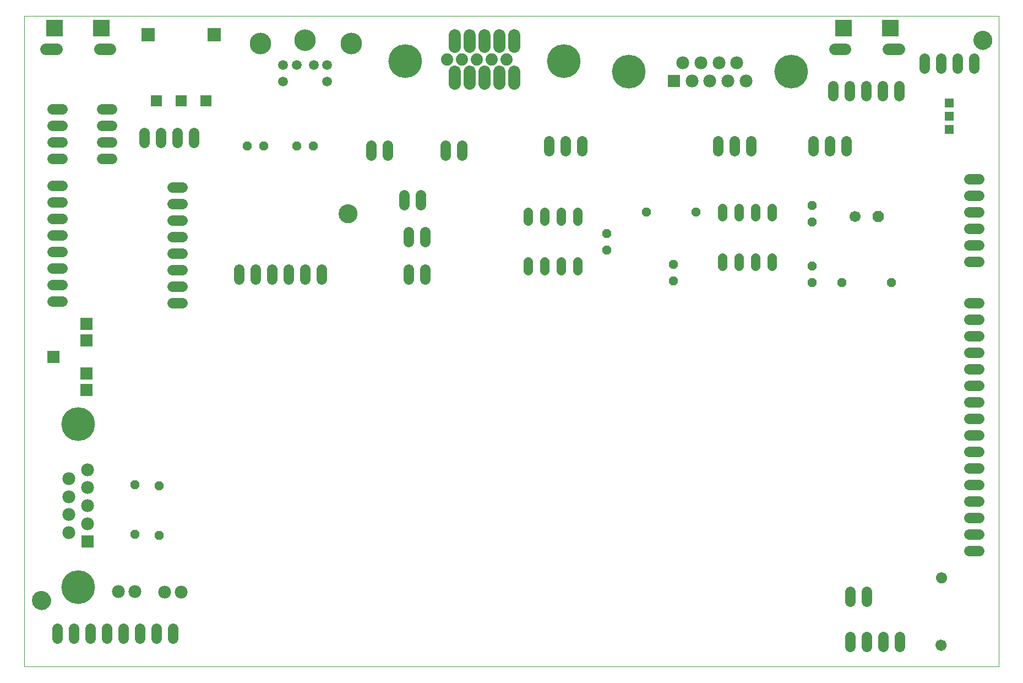
<source format=gbs>
G75*
%MOIN*%
%OFA0B0*%
%FSLAX24Y24*%
%IPPOS*%
%LPD*%
%AMOC8*
5,1,8,0,0,1.08239X$1,22.5*
%
%ADD10C,0.0000*%
%ADD11C,0.1142*%
%ADD12R,0.0555X0.0555*%
%ADD13C,0.0670*%
%ADD14R,0.0690X0.0690*%
%ADD15R,0.0808X0.0808*%
%ADD16C,0.0594*%
%ADD17C,0.1306*%
%ADD18R,0.0780X0.0780*%
%ADD19C,0.0780*%
%ADD20C,0.2040*%
%ADD21C,0.0745*%
%ADD22C,0.0745*%
%ADD23C,0.0690*%
%ADD24R,0.1024X0.1024*%
%ADD25R,0.0749X0.0749*%
%ADD26C,0.0640*%
%ADD27OC8,0.0560*%
%ADD28C,0.0560*%
%ADD29OC8,0.0670*%
%ADD30C,0.0670*%
D10*
X003113Y000180D02*
X003113Y039550D01*
X062105Y039550D01*
X062105Y000180D01*
X003113Y000180D01*
X003600Y004193D02*
X003602Y004240D01*
X003608Y004286D01*
X003618Y004332D01*
X003631Y004377D01*
X003649Y004420D01*
X003670Y004462D01*
X003694Y004502D01*
X003722Y004539D01*
X003753Y004574D01*
X003787Y004607D01*
X003823Y004636D01*
X003862Y004662D01*
X003903Y004685D01*
X003946Y004704D01*
X003990Y004720D01*
X004035Y004732D01*
X004081Y004740D01*
X004128Y004744D01*
X004174Y004744D01*
X004221Y004740D01*
X004267Y004732D01*
X004312Y004720D01*
X004356Y004704D01*
X004399Y004685D01*
X004440Y004662D01*
X004479Y004636D01*
X004515Y004607D01*
X004549Y004574D01*
X004580Y004539D01*
X004608Y004502D01*
X004632Y004462D01*
X004653Y004420D01*
X004671Y004377D01*
X004684Y004332D01*
X004694Y004286D01*
X004700Y004240D01*
X004702Y004193D01*
X004700Y004146D01*
X004694Y004100D01*
X004684Y004054D01*
X004671Y004009D01*
X004653Y003966D01*
X004632Y003924D01*
X004608Y003884D01*
X004580Y003847D01*
X004549Y003812D01*
X004515Y003779D01*
X004479Y003750D01*
X004440Y003724D01*
X004399Y003701D01*
X004356Y003682D01*
X004312Y003666D01*
X004267Y003654D01*
X004221Y003646D01*
X004174Y003642D01*
X004128Y003642D01*
X004081Y003646D01*
X004035Y003654D01*
X003990Y003666D01*
X003946Y003682D01*
X003903Y003701D01*
X003862Y003724D01*
X003823Y003750D01*
X003787Y003779D01*
X003753Y003812D01*
X003722Y003847D01*
X003694Y003884D01*
X003670Y003924D01*
X003649Y003966D01*
X003631Y004009D01*
X003618Y004054D01*
X003608Y004100D01*
X003602Y004146D01*
X003600Y004193D01*
X022150Y027605D02*
X022152Y027652D01*
X022158Y027698D01*
X022168Y027744D01*
X022181Y027789D01*
X022199Y027832D01*
X022220Y027874D01*
X022244Y027914D01*
X022272Y027951D01*
X022303Y027986D01*
X022337Y028019D01*
X022373Y028048D01*
X022412Y028074D01*
X022453Y028097D01*
X022496Y028116D01*
X022540Y028132D01*
X022585Y028144D01*
X022631Y028152D01*
X022678Y028156D01*
X022724Y028156D01*
X022771Y028152D01*
X022817Y028144D01*
X022862Y028132D01*
X022906Y028116D01*
X022949Y028097D01*
X022990Y028074D01*
X023029Y028048D01*
X023065Y028019D01*
X023099Y027986D01*
X023130Y027951D01*
X023158Y027914D01*
X023182Y027874D01*
X023203Y027832D01*
X023221Y027789D01*
X023234Y027744D01*
X023244Y027698D01*
X023250Y027652D01*
X023252Y027605D01*
X023250Y027558D01*
X023244Y027512D01*
X023234Y027466D01*
X023221Y027421D01*
X023203Y027378D01*
X023182Y027336D01*
X023158Y027296D01*
X023130Y027259D01*
X023099Y027224D01*
X023065Y027191D01*
X023029Y027162D01*
X022990Y027136D01*
X022949Y027113D01*
X022906Y027094D01*
X022862Y027078D01*
X022817Y027066D01*
X022771Y027058D01*
X022724Y027054D01*
X022678Y027054D01*
X022631Y027058D01*
X022585Y027066D01*
X022540Y027078D01*
X022496Y027094D01*
X022453Y027113D01*
X022412Y027136D01*
X022373Y027162D01*
X022337Y027191D01*
X022303Y027224D01*
X022272Y027259D01*
X022244Y027296D01*
X022220Y027336D01*
X022199Y027378D01*
X022181Y027421D01*
X022168Y027466D01*
X022158Y027512D01*
X022152Y027558D01*
X022150Y027605D01*
X058308Y005570D02*
X058310Y005605D01*
X058316Y005640D01*
X058326Y005674D01*
X058339Y005707D01*
X058356Y005738D01*
X058377Y005766D01*
X058400Y005793D01*
X058427Y005816D01*
X058455Y005837D01*
X058486Y005854D01*
X058519Y005867D01*
X058553Y005877D01*
X058588Y005883D01*
X058623Y005885D01*
X058658Y005883D01*
X058693Y005877D01*
X058727Y005867D01*
X058760Y005854D01*
X058791Y005837D01*
X058819Y005816D01*
X058846Y005793D01*
X058869Y005766D01*
X058890Y005738D01*
X058907Y005707D01*
X058920Y005674D01*
X058930Y005640D01*
X058936Y005605D01*
X058938Y005570D01*
X058936Y005535D01*
X058930Y005500D01*
X058920Y005466D01*
X058907Y005433D01*
X058890Y005402D01*
X058869Y005374D01*
X058846Y005347D01*
X058819Y005324D01*
X058791Y005303D01*
X058760Y005286D01*
X058727Y005273D01*
X058693Y005263D01*
X058658Y005257D01*
X058623Y005255D01*
X058588Y005257D01*
X058553Y005263D01*
X058519Y005273D01*
X058486Y005286D01*
X058455Y005303D01*
X058427Y005324D01*
X058400Y005347D01*
X058377Y005374D01*
X058356Y005402D01*
X058339Y005433D01*
X058326Y005466D01*
X058316Y005500D01*
X058310Y005535D01*
X058308Y005570D01*
X058278Y001490D02*
X058280Y001525D01*
X058286Y001560D01*
X058296Y001594D01*
X058309Y001627D01*
X058326Y001658D01*
X058347Y001686D01*
X058370Y001713D01*
X058397Y001736D01*
X058425Y001757D01*
X058456Y001774D01*
X058489Y001787D01*
X058523Y001797D01*
X058558Y001803D01*
X058593Y001805D01*
X058628Y001803D01*
X058663Y001797D01*
X058697Y001787D01*
X058730Y001774D01*
X058761Y001757D01*
X058789Y001736D01*
X058816Y001713D01*
X058839Y001686D01*
X058860Y001658D01*
X058877Y001627D01*
X058890Y001594D01*
X058900Y001560D01*
X058906Y001525D01*
X058908Y001490D01*
X058906Y001455D01*
X058900Y001420D01*
X058890Y001386D01*
X058877Y001353D01*
X058860Y001322D01*
X058839Y001294D01*
X058816Y001267D01*
X058789Y001244D01*
X058761Y001223D01*
X058730Y001206D01*
X058697Y001193D01*
X058663Y001183D01*
X058628Y001177D01*
X058593Y001175D01*
X058558Y001177D01*
X058523Y001183D01*
X058489Y001193D01*
X058456Y001206D01*
X058425Y001223D01*
X058397Y001244D01*
X058370Y001267D01*
X058347Y001294D01*
X058326Y001322D01*
X058309Y001353D01*
X058296Y001386D01*
X058286Y001420D01*
X058280Y001455D01*
X058278Y001490D01*
X060575Y038093D02*
X060577Y038140D01*
X060583Y038186D01*
X060593Y038232D01*
X060606Y038277D01*
X060624Y038320D01*
X060645Y038362D01*
X060669Y038402D01*
X060697Y038439D01*
X060728Y038474D01*
X060762Y038507D01*
X060798Y038536D01*
X060837Y038562D01*
X060878Y038585D01*
X060921Y038604D01*
X060965Y038620D01*
X061010Y038632D01*
X061056Y038640D01*
X061103Y038644D01*
X061149Y038644D01*
X061196Y038640D01*
X061242Y038632D01*
X061287Y038620D01*
X061331Y038604D01*
X061374Y038585D01*
X061415Y038562D01*
X061454Y038536D01*
X061490Y038507D01*
X061524Y038474D01*
X061555Y038439D01*
X061583Y038402D01*
X061607Y038362D01*
X061628Y038320D01*
X061646Y038277D01*
X061659Y038232D01*
X061669Y038186D01*
X061675Y038140D01*
X061677Y038093D01*
X061675Y038046D01*
X061669Y038000D01*
X061659Y037954D01*
X061646Y037909D01*
X061628Y037866D01*
X061607Y037824D01*
X061583Y037784D01*
X061555Y037747D01*
X061524Y037712D01*
X061490Y037679D01*
X061454Y037650D01*
X061415Y037624D01*
X061374Y037601D01*
X061331Y037582D01*
X061287Y037566D01*
X061242Y037554D01*
X061196Y037546D01*
X061149Y037542D01*
X061103Y037542D01*
X061056Y037546D01*
X061010Y037554D01*
X060965Y037566D01*
X060921Y037582D01*
X060878Y037601D01*
X060837Y037624D01*
X060798Y037650D01*
X060762Y037679D01*
X060728Y037712D01*
X060697Y037747D01*
X060669Y037784D01*
X060645Y037824D01*
X060624Y037866D01*
X060606Y037909D01*
X060593Y037954D01*
X060583Y038000D01*
X060577Y038046D01*
X060575Y038093D01*
D11*
X061126Y038093D03*
X022701Y027605D03*
X004151Y004193D03*
D12*
X059113Y032680D03*
X059113Y033480D03*
X059113Y034280D03*
D13*
X058623Y005570D03*
X058593Y001490D03*
D14*
X014113Y034430D03*
X012613Y034430D03*
X011113Y034430D03*
D15*
X010613Y038430D03*
X014613Y038430D03*
D16*
X018775Y036584D03*
X019601Y036584D03*
X020625Y036584D03*
X021452Y036584D03*
X021452Y035599D03*
X018775Y035599D03*
D17*
X017413Y037880D03*
X020113Y038080D03*
X022913Y037880D03*
D18*
X042432Y035621D03*
X006922Y007749D03*
D19*
X006922Y008839D03*
X005804Y008296D03*
X005804Y009387D03*
X005804Y010473D03*
X006922Y009930D03*
X006922Y011021D03*
X005804Y011564D03*
X006922Y012111D03*
X008813Y004730D03*
X009813Y004730D03*
X011613Y004680D03*
X012613Y004680D03*
X043523Y035621D03*
X044613Y035621D03*
X045704Y035621D03*
X046794Y035621D03*
X046247Y036739D03*
X045157Y036739D03*
X044070Y036739D03*
X042979Y036739D03*
D20*
X039692Y036180D03*
X035783Y036830D03*
X026163Y036830D03*
X049534Y036180D03*
X006363Y014851D03*
X006363Y005009D03*
D21*
X029163Y035475D02*
X029163Y036180D01*
X030063Y036180D02*
X030063Y035475D01*
X030963Y035475D02*
X030963Y036180D01*
X031863Y036180D02*
X031863Y035475D01*
X032763Y035475D02*
X032763Y036180D01*
X032763Y037680D02*
X032763Y038385D01*
X031863Y038385D02*
X031863Y037680D01*
X030963Y037680D02*
X030963Y038385D01*
X030063Y038385D02*
X030063Y037680D01*
X029163Y037680D02*
X029163Y038385D01*
D22*
X028713Y036930D03*
X029613Y036930D03*
X030513Y036930D03*
X031413Y036930D03*
X032313Y036930D03*
D23*
X052164Y037576D02*
X052814Y037576D01*
X055412Y037576D02*
X056062Y037576D01*
X008312Y037576D02*
X007662Y037576D01*
X005064Y037576D02*
X004414Y037576D01*
D24*
X004946Y038828D03*
X007781Y038828D03*
X052696Y038828D03*
X055531Y038828D03*
D25*
X006863Y020930D03*
X006863Y019930D03*
X004863Y018930D03*
X006863Y017930D03*
X006863Y016930D03*
D26*
X005413Y022305D02*
X004813Y022305D01*
X004813Y023305D02*
X005413Y023305D01*
X005413Y024305D02*
X004813Y024305D01*
X004813Y025305D02*
X005413Y025305D01*
X005413Y026305D02*
X004813Y026305D01*
X004813Y027305D02*
X005413Y027305D01*
X005413Y028305D02*
X004813Y028305D01*
X004813Y029305D02*
X005413Y029305D01*
X005413Y030930D02*
X004813Y030930D01*
X004813Y031930D02*
X005413Y031930D01*
X005413Y032930D02*
X004813Y032930D01*
X004813Y033930D02*
X005413Y033930D01*
X007813Y033930D02*
X008413Y033930D01*
X008413Y032930D02*
X007813Y032930D01*
X007813Y031930D02*
X008413Y031930D01*
X008413Y030930D02*
X007813Y030930D01*
X010363Y031880D02*
X010363Y032480D01*
X011363Y032480D02*
X011363Y031880D01*
X012363Y031880D02*
X012363Y032480D01*
X013363Y032480D02*
X013363Y031880D01*
X012663Y029180D02*
X012063Y029180D01*
X012063Y028180D02*
X012663Y028180D01*
X012663Y027180D02*
X012063Y027180D01*
X012063Y026180D02*
X012663Y026180D01*
X012663Y025180D02*
X012063Y025180D01*
X012063Y024180D02*
X012663Y024180D01*
X012663Y023180D02*
X012063Y023180D01*
X012063Y022180D02*
X012663Y022180D01*
X016113Y023630D02*
X016113Y024230D01*
X017113Y024230D02*
X017113Y023630D01*
X018113Y023630D02*
X018113Y024230D01*
X019113Y024230D02*
X019113Y023630D01*
X020113Y023630D02*
X020113Y024230D01*
X021113Y024230D02*
X021113Y023630D01*
X026363Y023630D02*
X026363Y024230D01*
X027363Y024230D02*
X027363Y023630D01*
X027363Y025880D02*
X027363Y026480D01*
X026363Y026480D02*
X026363Y025880D01*
X026113Y028130D02*
X026113Y028730D01*
X027113Y028730D02*
X027113Y028130D01*
X028613Y031130D02*
X028613Y031730D01*
X029613Y031730D02*
X029613Y031130D01*
X025113Y031130D02*
X025113Y031730D01*
X024113Y031730D02*
X024113Y031130D01*
X034863Y031380D02*
X034863Y031980D01*
X035863Y031980D02*
X035863Y031380D01*
X036863Y031380D02*
X036863Y031980D01*
X045113Y031980D02*
X045113Y031380D01*
X046113Y031380D02*
X046113Y031980D01*
X047113Y031980D02*
X047113Y031380D01*
X050863Y031380D02*
X050863Y031980D01*
X051863Y031980D02*
X051863Y031380D01*
X052863Y031380D02*
X052863Y031980D01*
X053063Y034730D02*
X053063Y035330D01*
X052063Y035330D02*
X052063Y034730D01*
X054063Y034730D02*
X054063Y035330D01*
X055063Y035330D02*
X055063Y034730D01*
X056063Y034730D02*
X056063Y035330D01*
X057613Y036380D02*
X057613Y036980D01*
X058613Y036980D02*
X058613Y036380D01*
X059613Y036380D02*
X059613Y036980D01*
X060613Y036980D02*
X060613Y036380D01*
X060913Y029680D02*
X060313Y029680D01*
X060313Y028680D02*
X060913Y028680D01*
X060913Y027680D02*
X060313Y027680D01*
X060313Y026680D02*
X060913Y026680D01*
X060913Y025680D02*
X060313Y025680D01*
X060313Y024680D02*
X060913Y024680D01*
X060913Y022180D02*
X060313Y022180D01*
X060313Y021180D02*
X060913Y021180D01*
X060913Y020180D02*
X060313Y020180D01*
X060313Y019180D02*
X060913Y019180D01*
X060913Y018180D02*
X060313Y018180D01*
X060313Y017180D02*
X060913Y017180D01*
X060913Y016180D02*
X060313Y016180D01*
X060313Y015180D02*
X060913Y015180D01*
X060913Y014180D02*
X060313Y014180D01*
X060313Y013180D02*
X060913Y013180D01*
X060913Y012180D02*
X060313Y012180D01*
X060313Y011180D02*
X060913Y011180D01*
X060913Y010180D02*
X060313Y010180D01*
X060313Y009180D02*
X060913Y009180D01*
X060913Y008180D02*
X060313Y008180D01*
X060313Y007180D02*
X060913Y007180D01*
X054113Y004730D02*
X054113Y004130D01*
X053113Y004130D02*
X053113Y004730D01*
X053113Y001980D02*
X053113Y001380D01*
X054113Y001380D02*
X054113Y001980D01*
X055113Y001980D02*
X055113Y001380D01*
X056113Y001380D02*
X056113Y001980D01*
X012113Y001880D02*
X012113Y002480D01*
X011113Y002480D02*
X011113Y001880D01*
X010113Y001880D02*
X010113Y002480D01*
X009113Y002480D02*
X009113Y001880D01*
X008113Y001880D02*
X008113Y002480D01*
X007113Y002480D02*
X007113Y001880D01*
X006113Y001880D02*
X006113Y002480D01*
X005113Y002480D02*
X005113Y001880D01*
D27*
X009813Y008180D03*
X011263Y008130D03*
X011263Y011130D03*
X009813Y011180D03*
X038363Y025380D03*
X038363Y026380D03*
X040763Y027680D03*
X043763Y027680D03*
X042413Y024530D03*
X042413Y023530D03*
X050813Y023430D03*
X050813Y024430D03*
X052613Y023430D03*
X055613Y023430D03*
X050813Y027080D03*
X050813Y028080D03*
X020613Y031680D03*
X019613Y031680D03*
X017613Y031680D03*
X016613Y031680D03*
D28*
X033613Y027690D02*
X033613Y027170D01*
X034613Y027170D02*
X034613Y027690D01*
X035613Y027690D02*
X035613Y027170D01*
X036613Y027170D02*
X036613Y027690D01*
X036613Y024690D02*
X036613Y024170D01*
X035613Y024170D02*
X035613Y024690D01*
X034613Y024690D02*
X034613Y024170D01*
X033613Y024170D02*
X033613Y024690D01*
X045363Y024940D02*
X045363Y024420D01*
X046363Y024420D02*
X046363Y024940D01*
X047363Y024940D02*
X047363Y024420D01*
X048363Y024420D02*
X048363Y024940D01*
X048363Y027420D02*
X048363Y027940D01*
X047363Y027940D02*
X047363Y027420D01*
X046363Y027420D02*
X046363Y027940D01*
X045363Y027940D02*
X045363Y027420D01*
D29*
X054813Y027430D03*
D30*
X053413Y027430D03*
M02*

</source>
